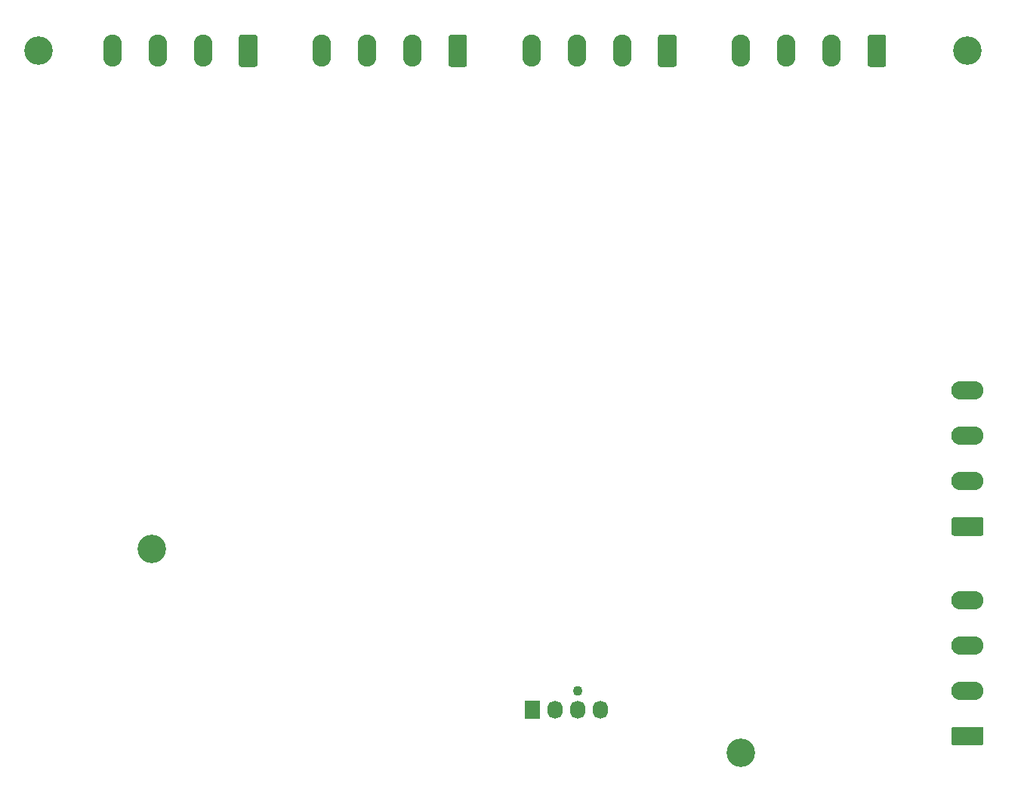
<source format=gbs>
%TF.GenerationSoftware,KiCad,Pcbnew,(5.1.9)-1*%
%TF.CreationDate,2021-04-25T15:51:04-04:00*%
%TF.ProjectId,motor_driver_prj,6d6f746f-725f-4647-9269-7665725f7072,rev?*%
%TF.SameCoordinates,Original*%
%TF.FileFunction,Soldermask,Bot*%
%TF.FilePolarity,Negative*%
%FSLAX46Y46*%
G04 Gerber Fmt 4.6, Leading zero omitted, Abs format (unit mm)*
G04 Created by KiCad (PCBNEW (5.1.9)-1) date 2021-04-25 15:51:04*
%MOMM*%
%LPD*%
G01*
G04 APERTURE LIST*
%ADD10C,3.200000*%
%ADD11R,1.730000X2.030000*%
%ADD12O,1.730000X2.030000*%
%ADD13C,1.100000*%
%ADD14O,2.080000X3.600000*%
%ADD15O,3.600000X2.080000*%
G04 APERTURE END LIST*
D10*
%TO.C,H4*%
X207010000Y-59690000D03*
%TD*%
%TO.C,H3*%
X181610000Y-138430000D03*
%TD*%
%TO.C,H2*%
X102870000Y-59690000D03*
%TD*%
%TO.C,H1*%
X115570000Y-115570000D03*
%TD*%
D11*
%TO.C,J2*%
X158242000Y-133604000D03*
D12*
X160782000Y-133604000D03*
X163322000Y-133604000D03*
X165862000Y-133604000D03*
D13*
X163322000Y-131444000D03*
%TD*%
D14*
%TO.C,J3*%
X111125000Y-59690000D03*
X116205000Y-59690000D03*
X121285000Y-59690000D03*
G36*
G01*
X127405000Y-58139999D02*
X127405000Y-61240001D01*
G75*
G02*
X127155001Y-61490000I-249999J0D01*
G01*
X125574999Y-61490000D01*
G75*
G02*
X125325000Y-61240001I0J249999D01*
G01*
X125325000Y-58139999D01*
G75*
G02*
X125574999Y-57890000I249999J0D01*
G01*
X127155001Y-57890000D01*
G75*
G02*
X127405000Y-58139999I0J-249999D01*
G01*
G37*
%TD*%
%TO.C,J4*%
X134620000Y-59690000D03*
X139700000Y-59690000D03*
X144780000Y-59690000D03*
G36*
G01*
X150900000Y-58139999D02*
X150900000Y-61240001D01*
G75*
G02*
X150650001Y-61490000I-249999J0D01*
G01*
X149069999Y-61490000D01*
G75*
G02*
X148820000Y-61240001I0J249999D01*
G01*
X148820000Y-58139999D01*
G75*
G02*
X149069999Y-57890000I249999J0D01*
G01*
X150650001Y-57890000D01*
G75*
G02*
X150900000Y-58139999I0J-249999D01*
G01*
G37*
%TD*%
%TO.C,J5*%
X158115000Y-59690000D03*
X163195000Y-59690000D03*
X168275000Y-59690000D03*
G36*
G01*
X174395000Y-58139999D02*
X174395000Y-61240001D01*
G75*
G02*
X174145001Y-61490000I-249999J0D01*
G01*
X172564999Y-61490000D01*
G75*
G02*
X172315000Y-61240001I0J249999D01*
G01*
X172315000Y-58139999D01*
G75*
G02*
X172564999Y-57890000I249999J0D01*
G01*
X174145001Y-57890000D01*
G75*
G02*
X174395000Y-58139999I0J-249999D01*
G01*
G37*
%TD*%
%TO.C,J6*%
X181610000Y-59690000D03*
X186690000Y-59690000D03*
X191770000Y-59690000D03*
G36*
G01*
X197890000Y-58139999D02*
X197890000Y-61240001D01*
G75*
G02*
X197640001Y-61490000I-249999J0D01*
G01*
X196059999Y-61490000D01*
G75*
G02*
X195810000Y-61240001I0J249999D01*
G01*
X195810000Y-58139999D01*
G75*
G02*
X196059999Y-57890000I249999J0D01*
G01*
X197640001Y-57890000D01*
G75*
G02*
X197890000Y-58139999I0J-249999D01*
G01*
G37*
%TD*%
D15*
%TO.C,J7*%
X207010000Y-97790000D03*
X207010000Y-102870000D03*
X207010000Y-107950000D03*
G36*
G01*
X208560001Y-114070000D02*
X205459999Y-114070000D01*
G75*
G02*
X205210000Y-113820001I0J249999D01*
G01*
X205210000Y-112239999D01*
G75*
G02*
X205459999Y-111990000I249999J0D01*
G01*
X208560001Y-111990000D01*
G75*
G02*
X208810000Y-112239999I0J-249999D01*
G01*
X208810000Y-113820001D01*
G75*
G02*
X208560001Y-114070000I-249999J0D01*
G01*
G37*
%TD*%
%TO.C,J8*%
X207010000Y-121285000D03*
X207010000Y-126365000D03*
X207010000Y-131445000D03*
G36*
G01*
X208560001Y-137565000D02*
X205459999Y-137565000D01*
G75*
G02*
X205210000Y-137315001I0J249999D01*
G01*
X205210000Y-135734999D01*
G75*
G02*
X205459999Y-135485000I249999J0D01*
G01*
X208560001Y-135485000D01*
G75*
G02*
X208810000Y-135734999I0J-249999D01*
G01*
X208810000Y-137315001D01*
G75*
G02*
X208560001Y-137565000I-249999J0D01*
G01*
G37*
%TD*%
M02*

</source>
